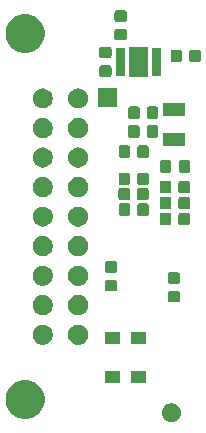
<source format=gbr>
G04 #@! TF.GenerationSoftware,KiCad,Pcbnew,(5.1.4)-1*
G04 #@! TF.CreationDate,2019-11-29T20:46:52-07:00*
G04 #@! TF.ProjectId,CruiseController,43727569-7365-4436-9f6e-74726f6c6c65,rev?*
G04 #@! TF.SameCoordinates,Original*
G04 #@! TF.FileFunction,Soldermask,Top*
G04 #@! TF.FilePolarity,Negative*
%FSLAX46Y46*%
G04 Gerber Fmt 4.6, Leading zero omitted, Abs format (unit mm)*
G04 Created by KiCad (PCBNEW (5.1.4)-1) date 2019-11-29 20:46:52*
%MOMM*%
%LPD*%
G04 APERTURE LIST*
%ADD10C,0.100000*%
G04 APERTURE END LIST*
D10*
G36*
X118530476Y-104809261D02*
G01*
X118633645Y-104829782D01*
X118719036Y-104865153D01*
X118779416Y-104890163D01*
X118910608Y-104977822D01*
X119022178Y-105089392D01*
X119109837Y-105220584D01*
X119134847Y-105280964D01*
X119170218Y-105366355D01*
X119201000Y-105521109D01*
X119201000Y-105678891D01*
X119170218Y-105833645D01*
X119134847Y-105919036D01*
X119109837Y-105979416D01*
X119109836Y-105979417D01*
X119037584Y-106087552D01*
X119022178Y-106110608D01*
X118910608Y-106222178D01*
X118779416Y-106309837D01*
X118719036Y-106334847D01*
X118633645Y-106370218D01*
X118530476Y-106390739D01*
X118478892Y-106401000D01*
X118321108Y-106401000D01*
X118269524Y-106390739D01*
X118166355Y-106370218D01*
X118080964Y-106334847D01*
X118020584Y-106309837D01*
X117889392Y-106222178D01*
X117777822Y-106110608D01*
X117762417Y-106087552D01*
X117690164Y-105979417D01*
X117690163Y-105979416D01*
X117665153Y-105919036D01*
X117629782Y-105833645D01*
X117599000Y-105678891D01*
X117599000Y-105521109D01*
X117629782Y-105366355D01*
X117665153Y-105280964D01*
X117690163Y-105220584D01*
X117777822Y-105089392D01*
X117889392Y-104977822D01*
X118020584Y-104890163D01*
X118080964Y-104865153D01*
X118166355Y-104829782D01*
X118269524Y-104809261D01*
X118321108Y-104799000D01*
X118478892Y-104799000D01*
X118530476Y-104809261D01*
X118530476Y-104809261D01*
G37*
G36*
X106481579Y-102912447D02*
G01*
X106782042Y-103036903D01*
X107052451Y-103217585D01*
X107282415Y-103447549D01*
X107463097Y-103717958D01*
X107587553Y-104018421D01*
X107651000Y-104337391D01*
X107651000Y-104662609D01*
X107587553Y-104981579D01*
X107463097Y-105282042D01*
X107282415Y-105552451D01*
X107052451Y-105782415D01*
X106782042Y-105963097D01*
X106481579Y-106087553D01*
X106162609Y-106151000D01*
X105837391Y-106151000D01*
X105518421Y-106087553D01*
X105217958Y-105963097D01*
X104947549Y-105782415D01*
X104717585Y-105552451D01*
X104536903Y-105282042D01*
X104412447Y-104981579D01*
X104349000Y-104662609D01*
X104349000Y-104337391D01*
X104412447Y-104018421D01*
X104536903Y-103717958D01*
X104717585Y-103447549D01*
X104947549Y-103217585D01*
X105217958Y-103036903D01*
X105518421Y-102912447D01*
X105837391Y-102849000D01*
X106162609Y-102849000D01*
X106481579Y-102912447D01*
X106481579Y-102912447D01*
G37*
G36*
X116251000Y-103101000D02*
G01*
X114949000Y-103101000D01*
X114949000Y-102099000D01*
X116251000Y-102099000D01*
X116251000Y-103101000D01*
X116251000Y-103101000D01*
G37*
G36*
X114051000Y-103051000D02*
G01*
X112749000Y-103051000D01*
X112749000Y-102049000D01*
X114051000Y-102049000D01*
X114051000Y-103051000D01*
X114051000Y-103051000D01*
G37*
G36*
X110649581Y-98162081D02*
G01*
X110748228Y-98181703D01*
X110903100Y-98245853D01*
X111042481Y-98338985D01*
X111161015Y-98457519D01*
X111254147Y-98596900D01*
X111318297Y-98751772D01*
X111351000Y-98916184D01*
X111351000Y-99083816D01*
X111318297Y-99248228D01*
X111254147Y-99403100D01*
X111161015Y-99542481D01*
X111042481Y-99661015D01*
X110903100Y-99754147D01*
X110748228Y-99818297D01*
X110649581Y-99837919D01*
X110583818Y-99851000D01*
X110416182Y-99851000D01*
X110350419Y-99837919D01*
X110251772Y-99818297D01*
X110096900Y-99754147D01*
X109957519Y-99661015D01*
X109838985Y-99542481D01*
X109745853Y-99403100D01*
X109681703Y-99248228D01*
X109649000Y-99083816D01*
X109649000Y-98916184D01*
X109681703Y-98751772D01*
X109745853Y-98596900D01*
X109838985Y-98457519D01*
X109957519Y-98338985D01*
X110096900Y-98245853D01*
X110251772Y-98181703D01*
X110350419Y-98162081D01*
X110416182Y-98149000D01*
X110583818Y-98149000D01*
X110649581Y-98162081D01*
X110649581Y-98162081D01*
G37*
G36*
X107649581Y-98162081D02*
G01*
X107748228Y-98181703D01*
X107903100Y-98245853D01*
X108042481Y-98338985D01*
X108161015Y-98457519D01*
X108254147Y-98596900D01*
X108318297Y-98751772D01*
X108351000Y-98916184D01*
X108351000Y-99083816D01*
X108318297Y-99248228D01*
X108254147Y-99403100D01*
X108161015Y-99542481D01*
X108042481Y-99661015D01*
X107903100Y-99754147D01*
X107748228Y-99818297D01*
X107649581Y-99837919D01*
X107583818Y-99851000D01*
X107416182Y-99851000D01*
X107350419Y-99837919D01*
X107251772Y-99818297D01*
X107096900Y-99754147D01*
X106957519Y-99661015D01*
X106838985Y-99542481D01*
X106745853Y-99403100D01*
X106681703Y-99248228D01*
X106649000Y-99083816D01*
X106649000Y-98916184D01*
X106681703Y-98751772D01*
X106745853Y-98596900D01*
X106838985Y-98457519D01*
X106957519Y-98338985D01*
X107096900Y-98245853D01*
X107251772Y-98181703D01*
X107350419Y-98162081D01*
X107416182Y-98149000D01*
X107583818Y-98149000D01*
X107649581Y-98162081D01*
X107649581Y-98162081D01*
G37*
G36*
X116251000Y-99801000D02*
G01*
X114949000Y-99801000D01*
X114949000Y-98799000D01*
X116251000Y-98799000D01*
X116251000Y-99801000D01*
X116251000Y-99801000D01*
G37*
G36*
X114051000Y-99751000D02*
G01*
X112749000Y-99751000D01*
X112749000Y-98749000D01*
X114051000Y-98749000D01*
X114051000Y-99751000D01*
X114051000Y-99751000D01*
G37*
G36*
X110649581Y-95662081D02*
G01*
X110748228Y-95681703D01*
X110903100Y-95745853D01*
X111042481Y-95838985D01*
X111161015Y-95957519D01*
X111254147Y-96096900D01*
X111318297Y-96251772D01*
X111351000Y-96416184D01*
X111351000Y-96583816D01*
X111318297Y-96748228D01*
X111254147Y-96903100D01*
X111161015Y-97042481D01*
X111042481Y-97161015D01*
X110903100Y-97254147D01*
X110748228Y-97318297D01*
X110649581Y-97337919D01*
X110583818Y-97351000D01*
X110416182Y-97351000D01*
X110350419Y-97337919D01*
X110251772Y-97318297D01*
X110096900Y-97254147D01*
X109957519Y-97161015D01*
X109838985Y-97042481D01*
X109745853Y-96903100D01*
X109681703Y-96748228D01*
X109649000Y-96583816D01*
X109649000Y-96416184D01*
X109681703Y-96251772D01*
X109745853Y-96096900D01*
X109838985Y-95957519D01*
X109957519Y-95838985D01*
X110096900Y-95745853D01*
X110251772Y-95681703D01*
X110350419Y-95662081D01*
X110416182Y-95649000D01*
X110583818Y-95649000D01*
X110649581Y-95662081D01*
X110649581Y-95662081D01*
G37*
G36*
X107649581Y-95662081D02*
G01*
X107748228Y-95681703D01*
X107903100Y-95745853D01*
X108042481Y-95838985D01*
X108161015Y-95957519D01*
X108254147Y-96096900D01*
X108318297Y-96251772D01*
X108351000Y-96416184D01*
X108351000Y-96583816D01*
X108318297Y-96748228D01*
X108254147Y-96903100D01*
X108161015Y-97042481D01*
X108042481Y-97161015D01*
X107903100Y-97254147D01*
X107748228Y-97318297D01*
X107649581Y-97337919D01*
X107583818Y-97351000D01*
X107416182Y-97351000D01*
X107350419Y-97337919D01*
X107251772Y-97318297D01*
X107096900Y-97254147D01*
X106957519Y-97161015D01*
X106838985Y-97042481D01*
X106745853Y-96903100D01*
X106681703Y-96748228D01*
X106649000Y-96583816D01*
X106649000Y-96416184D01*
X106681703Y-96251772D01*
X106745853Y-96096900D01*
X106838985Y-95957519D01*
X106957519Y-95838985D01*
X107096900Y-95745853D01*
X107251772Y-95681703D01*
X107350419Y-95662081D01*
X107416182Y-95649000D01*
X107583818Y-95649000D01*
X107649581Y-95662081D01*
X107649581Y-95662081D01*
G37*
G36*
X118969552Y-95303207D02*
G01*
X119005898Y-95314232D01*
X119039401Y-95332140D01*
X119068763Y-95356237D01*
X119092860Y-95385599D01*
X119110768Y-95419102D01*
X119121793Y-95455448D01*
X119126000Y-95498158D01*
X119126000Y-96076842D01*
X119121793Y-96119552D01*
X119110768Y-96155898D01*
X119092860Y-96189401D01*
X119068763Y-96218763D01*
X119039401Y-96242860D01*
X119005898Y-96260768D01*
X118969552Y-96271793D01*
X118926842Y-96276000D01*
X118273158Y-96276000D01*
X118230448Y-96271793D01*
X118194102Y-96260768D01*
X118160599Y-96242860D01*
X118131237Y-96218763D01*
X118107140Y-96189401D01*
X118089232Y-96155898D01*
X118078207Y-96119552D01*
X118074000Y-96076842D01*
X118074000Y-95498158D01*
X118078207Y-95455448D01*
X118089232Y-95419102D01*
X118107140Y-95385599D01*
X118131237Y-95356237D01*
X118160599Y-95332140D01*
X118194102Y-95314232D01*
X118230448Y-95303207D01*
X118273158Y-95299000D01*
X118926842Y-95299000D01*
X118969552Y-95303207D01*
X118969552Y-95303207D01*
G37*
G36*
X113669552Y-94365707D02*
G01*
X113705898Y-94376732D01*
X113739401Y-94394640D01*
X113768763Y-94418737D01*
X113792860Y-94448099D01*
X113810768Y-94481602D01*
X113821793Y-94517948D01*
X113826000Y-94560658D01*
X113826000Y-95139342D01*
X113821793Y-95182052D01*
X113810768Y-95218398D01*
X113792860Y-95251901D01*
X113768763Y-95281263D01*
X113739401Y-95305360D01*
X113705898Y-95323268D01*
X113669552Y-95334293D01*
X113626842Y-95338500D01*
X112973158Y-95338500D01*
X112930448Y-95334293D01*
X112894102Y-95323268D01*
X112860599Y-95305360D01*
X112831237Y-95281263D01*
X112807140Y-95251901D01*
X112789232Y-95218398D01*
X112778207Y-95182052D01*
X112774000Y-95139342D01*
X112774000Y-94560658D01*
X112778207Y-94517948D01*
X112789232Y-94481602D01*
X112807140Y-94448099D01*
X112831237Y-94418737D01*
X112860599Y-94394640D01*
X112894102Y-94376732D01*
X112930448Y-94365707D01*
X112973158Y-94361500D01*
X113626842Y-94361500D01*
X113669552Y-94365707D01*
X113669552Y-94365707D01*
G37*
G36*
X107649581Y-93162081D02*
G01*
X107748228Y-93181703D01*
X107903100Y-93245853D01*
X108042481Y-93338985D01*
X108161015Y-93457519D01*
X108254147Y-93596900D01*
X108318297Y-93751772D01*
X108329998Y-93810599D01*
X108342765Y-93874780D01*
X108351000Y-93916184D01*
X108351000Y-94083816D01*
X108318297Y-94248228D01*
X108254147Y-94403100D01*
X108161015Y-94542481D01*
X108042481Y-94661015D01*
X107903100Y-94754147D01*
X107748228Y-94818297D01*
X107649581Y-94837919D01*
X107583818Y-94851000D01*
X107416182Y-94851000D01*
X107350419Y-94837919D01*
X107251772Y-94818297D01*
X107096900Y-94754147D01*
X106957519Y-94661015D01*
X106838985Y-94542481D01*
X106745853Y-94403100D01*
X106681703Y-94248228D01*
X106649000Y-94083816D01*
X106649000Y-93916184D01*
X106657236Y-93874780D01*
X106670002Y-93810599D01*
X106681703Y-93751772D01*
X106745853Y-93596900D01*
X106838985Y-93457519D01*
X106957519Y-93338985D01*
X107096900Y-93245853D01*
X107251772Y-93181703D01*
X107350419Y-93162081D01*
X107416182Y-93149000D01*
X107583818Y-93149000D01*
X107649581Y-93162081D01*
X107649581Y-93162081D01*
G37*
G36*
X110649581Y-93162081D02*
G01*
X110748228Y-93181703D01*
X110903100Y-93245853D01*
X111042481Y-93338985D01*
X111161015Y-93457519D01*
X111254147Y-93596900D01*
X111318297Y-93751772D01*
X111329998Y-93810599D01*
X111342765Y-93874780D01*
X111351000Y-93916184D01*
X111351000Y-94083816D01*
X111318297Y-94248228D01*
X111254147Y-94403100D01*
X111161015Y-94542481D01*
X111042481Y-94661015D01*
X110903100Y-94754147D01*
X110748228Y-94818297D01*
X110649581Y-94837919D01*
X110583818Y-94851000D01*
X110416182Y-94851000D01*
X110350419Y-94837919D01*
X110251772Y-94818297D01*
X110096900Y-94754147D01*
X109957519Y-94661015D01*
X109838985Y-94542481D01*
X109745853Y-94403100D01*
X109681703Y-94248228D01*
X109649000Y-94083816D01*
X109649000Y-93916184D01*
X109657236Y-93874780D01*
X109670002Y-93810599D01*
X109681703Y-93751772D01*
X109745853Y-93596900D01*
X109838985Y-93457519D01*
X109957519Y-93338985D01*
X110096900Y-93245853D01*
X110251772Y-93181703D01*
X110350419Y-93162081D01*
X110416182Y-93149000D01*
X110583818Y-93149000D01*
X110649581Y-93162081D01*
X110649581Y-93162081D01*
G37*
G36*
X118969552Y-93728207D02*
G01*
X119005898Y-93739232D01*
X119039401Y-93757140D01*
X119068763Y-93781237D01*
X119092860Y-93810599D01*
X119110768Y-93844102D01*
X119121793Y-93880448D01*
X119126000Y-93923158D01*
X119126000Y-94501842D01*
X119121793Y-94544552D01*
X119110768Y-94580898D01*
X119092860Y-94614401D01*
X119068763Y-94643763D01*
X119039401Y-94667860D01*
X119005898Y-94685768D01*
X118969552Y-94696793D01*
X118926842Y-94701000D01*
X118273158Y-94701000D01*
X118230448Y-94696793D01*
X118194102Y-94685768D01*
X118160599Y-94667860D01*
X118131237Y-94643763D01*
X118107140Y-94614401D01*
X118089232Y-94580898D01*
X118078207Y-94544552D01*
X118074000Y-94501842D01*
X118074000Y-93923158D01*
X118078207Y-93880448D01*
X118089232Y-93844102D01*
X118107140Y-93810599D01*
X118131237Y-93781237D01*
X118160599Y-93757140D01*
X118194102Y-93739232D01*
X118230448Y-93728207D01*
X118273158Y-93724000D01*
X118926842Y-93724000D01*
X118969552Y-93728207D01*
X118969552Y-93728207D01*
G37*
G36*
X113669552Y-92790707D02*
G01*
X113705898Y-92801732D01*
X113739401Y-92819640D01*
X113768763Y-92843737D01*
X113792860Y-92873099D01*
X113810768Y-92906602D01*
X113821793Y-92942948D01*
X113826000Y-92985658D01*
X113826000Y-93564342D01*
X113821793Y-93607052D01*
X113810768Y-93643398D01*
X113792860Y-93676901D01*
X113768763Y-93706263D01*
X113739401Y-93730360D01*
X113705898Y-93748268D01*
X113669552Y-93759293D01*
X113626842Y-93763500D01*
X112973158Y-93763500D01*
X112930448Y-93759293D01*
X112894102Y-93748268D01*
X112860599Y-93730360D01*
X112831237Y-93706263D01*
X112807140Y-93676901D01*
X112789232Y-93643398D01*
X112778207Y-93607052D01*
X112774000Y-93564342D01*
X112774000Y-92985658D01*
X112778207Y-92942948D01*
X112789232Y-92906602D01*
X112807140Y-92873099D01*
X112831237Y-92843737D01*
X112860599Y-92819640D01*
X112894102Y-92801732D01*
X112930448Y-92790707D01*
X112973158Y-92786500D01*
X113626842Y-92786500D01*
X113669552Y-92790707D01*
X113669552Y-92790707D01*
G37*
G36*
X107649581Y-90662081D02*
G01*
X107748228Y-90681703D01*
X107903100Y-90745853D01*
X108042481Y-90838985D01*
X108161015Y-90957519D01*
X108254147Y-91096900D01*
X108318297Y-91251772D01*
X108351000Y-91416184D01*
X108351000Y-91583816D01*
X108318297Y-91748228D01*
X108254147Y-91903100D01*
X108161015Y-92042481D01*
X108042481Y-92161015D01*
X107903100Y-92254147D01*
X107748228Y-92318297D01*
X107649581Y-92337919D01*
X107583818Y-92351000D01*
X107416182Y-92351000D01*
X107350419Y-92337919D01*
X107251772Y-92318297D01*
X107096900Y-92254147D01*
X106957519Y-92161015D01*
X106838985Y-92042481D01*
X106745853Y-91903100D01*
X106681703Y-91748228D01*
X106649000Y-91583816D01*
X106649000Y-91416184D01*
X106681703Y-91251772D01*
X106745853Y-91096900D01*
X106838985Y-90957519D01*
X106957519Y-90838985D01*
X107096900Y-90745853D01*
X107251772Y-90681703D01*
X107350419Y-90662081D01*
X107416182Y-90649000D01*
X107583818Y-90649000D01*
X107649581Y-90662081D01*
X107649581Y-90662081D01*
G37*
G36*
X110649581Y-90662081D02*
G01*
X110748228Y-90681703D01*
X110903100Y-90745853D01*
X111042481Y-90838985D01*
X111161015Y-90957519D01*
X111254147Y-91096900D01*
X111318297Y-91251772D01*
X111351000Y-91416184D01*
X111351000Y-91583816D01*
X111318297Y-91748228D01*
X111254147Y-91903100D01*
X111161015Y-92042481D01*
X111042481Y-92161015D01*
X110903100Y-92254147D01*
X110748228Y-92318297D01*
X110649581Y-92337919D01*
X110583818Y-92351000D01*
X110416182Y-92351000D01*
X110350419Y-92337919D01*
X110251772Y-92318297D01*
X110096900Y-92254147D01*
X109957519Y-92161015D01*
X109838985Y-92042481D01*
X109745853Y-91903100D01*
X109681703Y-91748228D01*
X109649000Y-91583816D01*
X109649000Y-91416184D01*
X109681703Y-91251772D01*
X109745853Y-91096900D01*
X109838985Y-90957519D01*
X109957519Y-90838985D01*
X110096900Y-90745853D01*
X110251772Y-90681703D01*
X110350419Y-90662081D01*
X110416182Y-90649000D01*
X110583818Y-90649000D01*
X110649581Y-90662081D01*
X110649581Y-90662081D01*
G37*
G36*
X107649581Y-88162081D02*
G01*
X107748228Y-88181703D01*
X107903100Y-88245853D01*
X108042481Y-88338985D01*
X108161015Y-88457519D01*
X108254147Y-88596900D01*
X108318297Y-88751772D01*
X108332819Y-88824780D01*
X108349255Y-88907408D01*
X108351000Y-88916184D01*
X108351000Y-89083816D01*
X108318297Y-89248228D01*
X108254147Y-89403100D01*
X108161015Y-89542481D01*
X108042481Y-89661015D01*
X107903100Y-89754147D01*
X107748228Y-89818297D01*
X107649581Y-89837919D01*
X107583818Y-89851000D01*
X107416182Y-89851000D01*
X107350419Y-89837919D01*
X107251772Y-89818297D01*
X107096900Y-89754147D01*
X106957519Y-89661015D01*
X106838985Y-89542481D01*
X106745853Y-89403100D01*
X106681703Y-89248228D01*
X106649000Y-89083816D01*
X106649000Y-88916184D01*
X106650746Y-88907408D01*
X106667181Y-88824780D01*
X106681703Y-88751772D01*
X106745853Y-88596900D01*
X106838985Y-88457519D01*
X106957519Y-88338985D01*
X107096900Y-88245853D01*
X107251772Y-88181703D01*
X107350419Y-88162081D01*
X107416182Y-88149000D01*
X107583818Y-88149000D01*
X107649581Y-88162081D01*
X107649581Y-88162081D01*
G37*
G36*
X110649581Y-88162081D02*
G01*
X110748228Y-88181703D01*
X110903100Y-88245853D01*
X111042481Y-88338985D01*
X111161015Y-88457519D01*
X111254147Y-88596900D01*
X111318297Y-88751772D01*
X111332819Y-88824780D01*
X111349255Y-88907408D01*
X111351000Y-88916184D01*
X111351000Y-89083816D01*
X111318297Y-89248228D01*
X111254147Y-89403100D01*
X111161015Y-89542481D01*
X111042481Y-89661015D01*
X110903100Y-89754147D01*
X110748228Y-89818297D01*
X110649581Y-89837919D01*
X110583818Y-89851000D01*
X110416182Y-89851000D01*
X110350419Y-89837919D01*
X110251772Y-89818297D01*
X110096900Y-89754147D01*
X109957519Y-89661015D01*
X109838985Y-89542481D01*
X109745853Y-89403100D01*
X109681703Y-89248228D01*
X109649000Y-89083816D01*
X109649000Y-88916184D01*
X109650746Y-88907408D01*
X109667181Y-88824780D01*
X109681703Y-88751772D01*
X109745853Y-88596900D01*
X109838985Y-88457519D01*
X109957519Y-88338985D01*
X110096900Y-88245853D01*
X110251772Y-88181703D01*
X110350419Y-88162081D01*
X110416182Y-88149000D01*
X110583818Y-88149000D01*
X110649581Y-88162081D01*
X110649581Y-88162081D01*
G37*
G36*
X119807052Y-88678207D02*
G01*
X119843398Y-88689232D01*
X119876901Y-88707140D01*
X119906263Y-88731237D01*
X119930360Y-88760599D01*
X119948268Y-88794102D01*
X119959293Y-88830448D01*
X119963500Y-88873158D01*
X119963500Y-89526842D01*
X119959293Y-89569552D01*
X119948268Y-89605898D01*
X119930360Y-89639401D01*
X119906263Y-89668763D01*
X119876901Y-89692860D01*
X119843398Y-89710768D01*
X119807052Y-89721793D01*
X119764342Y-89726000D01*
X119185658Y-89726000D01*
X119142948Y-89721793D01*
X119106602Y-89710768D01*
X119073099Y-89692860D01*
X119043737Y-89668763D01*
X119019640Y-89639401D01*
X119001732Y-89605898D01*
X118990707Y-89569552D01*
X118986500Y-89526842D01*
X118986500Y-88873158D01*
X118990707Y-88830448D01*
X119001732Y-88794102D01*
X119019640Y-88760599D01*
X119043737Y-88731237D01*
X119073099Y-88707140D01*
X119106602Y-88689232D01*
X119142948Y-88678207D01*
X119185658Y-88674000D01*
X119764342Y-88674000D01*
X119807052Y-88678207D01*
X119807052Y-88678207D01*
G37*
G36*
X118232052Y-88678207D02*
G01*
X118268398Y-88689232D01*
X118301901Y-88707140D01*
X118331263Y-88731237D01*
X118355360Y-88760599D01*
X118373268Y-88794102D01*
X118384293Y-88830448D01*
X118388500Y-88873158D01*
X118388500Y-89526842D01*
X118384293Y-89569552D01*
X118373268Y-89605898D01*
X118355360Y-89639401D01*
X118331263Y-89668763D01*
X118301901Y-89692860D01*
X118268398Y-89710768D01*
X118232052Y-89721793D01*
X118189342Y-89726000D01*
X117610658Y-89726000D01*
X117567948Y-89721793D01*
X117531602Y-89710768D01*
X117498099Y-89692860D01*
X117468737Y-89668763D01*
X117444640Y-89639401D01*
X117426732Y-89605898D01*
X117415707Y-89569552D01*
X117411500Y-89526842D01*
X117411500Y-88873158D01*
X117415707Y-88830448D01*
X117426732Y-88794102D01*
X117444640Y-88760599D01*
X117468737Y-88731237D01*
X117498099Y-88707140D01*
X117531602Y-88689232D01*
X117567948Y-88678207D01*
X117610658Y-88674000D01*
X118189342Y-88674000D01*
X118232052Y-88678207D01*
X118232052Y-88678207D01*
G37*
G36*
X116319552Y-87878207D02*
G01*
X116355898Y-87889232D01*
X116389401Y-87907140D01*
X116418763Y-87931237D01*
X116442860Y-87960599D01*
X116460768Y-87994102D01*
X116471793Y-88030448D01*
X116476000Y-88073158D01*
X116476000Y-88726842D01*
X116471793Y-88769552D01*
X116460768Y-88805898D01*
X116442860Y-88839401D01*
X116418763Y-88868763D01*
X116389401Y-88892860D01*
X116355898Y-88910768D01*
X116319552Y-88921793D01*
X116276842Y-88926000D01*
X115698158Y-88926000D01*
X115655448Y-88921793D01*
X115619102Y-88910768D01*
X115585599Y-88892860D01*
X115556237Y-88868763D01*
X115532140Y-88839401D01*
X115514232Y-88805898D01*
X115503207Y-88769552D01*
X115499000Y-88726842D01*
X115499000Y-88073158D01*
X115503207Y-88030448D01*
X115514232Y-87994102D01*
X115532140Y-87960599D01*
X115556237Y-87931237D01*
X115585599Y-87907140D01*
X115619102Y-87889232D01*
X115655448Y-87878207D01*
X115698158Y-87874000D01*
X116276842Y-87874000D01*
X116319552Y-87878207D01*
X116319552Y-87878207D01*
G37*
G36*
X114744552Y-87878207D02*
G01*
X114780898Y-87889232D01*
X114814401Y-87907140D01*
X114843763Y-87931237D01*
X114867860Y-87960599D01*
X114885768Y-87994102D01*
X114896793Y-88030448D01*
X114901000Y-88073158D01*
X114901000Y-88726842D01*
X114896793Y-88769552D01*
X114885768Y-88805898D01*
X114867860Y-88839401D01*
X114843763Y-88868763D01*
X114814401Y-88892860D01*
X114780898Y-88910768D01*
X114744552Y-88921793D01*
X114701842Y-88926000D01*
X114123158Y-88926000D01*
X114080448Y-88921793D01*
X114044102Y-88910768D01*
X114010599Y-88892860D01*
X113981237Y-88868763D01*
X113957140Y-88839401D01*
X113939232Y-88805898D01*
X113928207Y-88769552D01*
X113924000Y-88726842D01*
X113924000Y-88073158D01*
X113928207Y-88030448D01*
X113939232Y-87994102D01*
X113957140Y-87960599D01*
X113981237Y-87931237D01*
X114010599Y-87907140D01*
X114044102Y-87889232D01*
X114080448Y-87878207D01*
X114123158Y-87874000D01*
X114701842Y-87874000D01*
X114744552Y-87878207D01*
X114744552Y-87878207D01*
G37*
G36*
X118232052Y-87328207D02*
G01*
X118268398Y-87339232D01*
X118301901Y-87357140D01*
X118331263Y-87381237D01*
X118355360Y-87410599D01*
X118373268Y-87444102D01*
X118384293Y-87480448D01*
X118388500Y-87523158D01*
X118388500Y-88176842D01*
X118384293Y-88219552D01*
X118373268Y-88255898D01*
X118355360Y-88289401D01*
X118331263Y-88318763D01*
X118301901Y-88342860D01*
X118268398Y-88360768D01*
X118232052Y-88371793D01*
X118189342Y-88376000D01*
X117610658Y-88376000D01*
X117567948Y-88371793D01*
X117531602Y-88360768D01*
X117498099Y-88342860D01*
X117468737Y-88318763D01*
X117444640Y-88289401D01*
X117426732Y-88255898D01*
X117415707Y-88219552D01*
X117411500Y-88176842D01*
X117411500Y-87523158D01*
X117415707Y-87480448D01*
X117426732Y-87444102D01*
X117444640Y-87410599D01*
X117468737Y-87381237D01*
X117498099Y-87357140D01*
X117531602Y-87339232D01*
X117567948Y-87328207D01*
X117610658Y-87324000D01*
X118189342Y-87324000D01*
X118232052Y-87328207D01*
X118232052Y-87328207D01*
G37*
G36*
X119807052Y-87328207D02*
G01*
X119843398Y-87339232D01*
X119876901Y-87357140D01*
X119906263Y-87381237D01*
X119930360Y-87410599D01*
X119948268Y-87444102D01*
X119959293Y-87480448D01*
X119963500Y-87523158D01*
X119963500Y-88176842D01*
X119959293Y-88219552D01*
X119948268Y-88255898D01*
X119930360Y-88289401D01*
X119906263Y-88318763D01*
X119876901Y-88342860D01*
X119843398Y-88360768D01*
X119807052Y-88371793D01*
X119764342Y-88376000D01*
X119185658Y-88376000D01*
X119142948Y-88371793D01*
X119106602Y-88360768D01*
X119073099Y-88342860D01*
X119043737Y-88318763D01*
X119019640Y-88289401D01*
X119001732Y-88255898D01*
X118990707Y-88219552D01*
X118986500Y-88176842D01*
X118986500Y-87523158D01*
X118990707Y-87480448D01*
X119001732Y-87444102D01*
X119019640Y-87410599D01*
X119043737Y-87381237D01*
X119073099Y-87357140D01*
X119106602Y-87339232D01*
X119142948Y-87328207D01*
X119185658Y-87324000D01*
X119764342Y-87324000D01*
X119807052Y-87328207D01*
X119807052Y-87328207D01*
G37*
G36*
X116307052Y-86578207D02*
G01*
X116343398Y-86589232D01*
X116376901Y-86607140D01*
X116406263Y-86631237D01*
X116430360Y-86660599D01*
X116448268Y-86694102D01*
X116459293Y-86730448D01*
X116463500Y-86773158D01*
X116463500Y-87426842D01*
X116459293Y-87469552D01*
X116448268Y-87505898D01*
X116430360Y-87539401D01*
X116406263Y-87568763D01*
X116376901Y-87592860D01*
X116343398Y-87610768D01*
X116307052Y-87621793D01*
X116264342Y-87626000D01*
X115685658Y-87626000D01*
X115642948Y-87621793D01*
X115606602Y-87610768D01*
X115573099Y-87592860D01*
X115543737Y-87568763D01*
X115519640Y-87539401D01*
X115501732Y-87505898D01*
X115490707Y-87469552D01*
X115486500Y-87426842D01*
X115486500Y-86773158D01*
X115490707Y-86730448D01*
X115501732Y-86694102D01*
X115519640Y-86660599D01*
X115543737Y-86631237D01*
X115573099Y-86607140D01*
X115606602Y-86589232D01*
X115642948Y-86578207D01*
X115685658Y-86574000D01*
X116264342Y-86574000D01*
X116307052Y-86578207D01*
X116307052Y-86578207D01*
G37*
G36*
X114732052Y-86578207D02*
G01*
X114768398Y-86589232D01*
X114801901Y-86607140D01*
X114831263Y-86631237D01*
X114855360Y-86660599D01*
X114873268Y-86694102D01*
X114884293Y-86730448D01*
X114888500Y-86773158D01*
X114888500Y-87426842D01*
X114884293Y-87469552D01*
X114873268Y-87505898D01*
X114855360Y-87539401D01*
X114831263Y-87568763D01*
X114801901Y-87592860D01*
X114768398Y-87610768D01*
X114732052Y-87621793D01*
X114689342Y-87626000D01*
X114110658Y-87626000D01*
X114067948Y-87621793D01*
X114031602Y-87610768D01*
X113998099Y-87592860D01*
X113968737Y-87568763D01*
X113944640Y-87539401D01*
X113926732Y-87505898D01*
X113915707Y-87469552D01*
X113911500Y-87426842D01*
X113911500Y-86773158D01*
X113915707Y-86730448D01*
X113926732Y-86694102D01*
X113944640Y-86660599D01*
X113968737Y-86631237D01*
X113998099Y-86607140D01*
X114031602Y-86589232D01*
X114067948Y-86578207D01*
X114110658Y-86574000D01*
X114689342Y-86574000D01*
X114732052Y-86578207D01*
X114732052Y-86578207D01*
G37*
G36*
X107649581Y-85662081D02*
G01*
X107748228Y-85681703D01*
X107903100Y-85745853D01*
X108042481Y-85838985D01*
X108161015Y-85957519D01*
X108254147Y-86096900D01*
X108318297Y-86251772D01*
X108337919Y-86350419D01*
X108351000Y-86416182D01*
X108351000Y-86583818D01*
X108346361Y-86607140D01*
X108318297Y-86748228D01*
X108254147Y-86903100D01*
X108161015Y-87042481D01*
X108042481Y-87161015D01*
X107903100Y-87254147D01*
X107748228Y-87318297D01*
X107649581Y-87337919D01*
X107583818Y-87351000D01*
X107416182Y-87351000D01*
X107350419Y-87337919D01*
X107251772Y-87318297D01*
X107096900Y-87254147D01*
X106957519Y-87161015D01*
X106838985Y-87042481D01*
X106745853Y-86903100D01*
X106681703Y-86748228D01*
X106653639Y-86607140D01*
X106649000Y-86583818D01*
X106649000Y-86416182D01*
X106662081Y-86350419D01*
X106681703Y-86251772D01*
X106745853Y-86096900D01*
X106838985Y-85957519D01*
X106957519Y-85838985D01*
X107096900Y-85745853D01*
X107251772Y-85681703D01*
X107350419Y-85662081D01*
X107416182Y-85649000D01*
X107583818Y-85649000D01*
X107649581Y-85662081D01*
X107649581Y-85662081D01*
G37*
G36*
X110649581Y-85662081D02*
G01*
X110748228Y-85681703D01*
X110903100Y-85745853D01*
X111042481Y-85838985D01*
X111161015Y-85957519D01*
X111254147Y-86096900D01*
X111318297Y-86251772D01*
X111337919Y-86350419D01*
X111351000Y-86416182D01*
X111351000Y-86583818D01*
X111346361Y-86607140D01*
X111318297Y-86748228D01*
X111254147Y-86903100D01*
X111161015Y-87042481D01*
X111042481Y-87161015D01*
X110903100Y-87254147D01*
X110748228Y-87318297D01*
X110649581Y-87337919D01*
X110583818Y-87351000D01*
X110416182Y-87351000D01*
X110350419Y-87337919D01*
X110251772Y-87318297D01*
X110096900Y-87254147D01*
X109957519Y-87161015D01*
X109838985Y-87042481D01*
X109745853Y-86903100D01*
X109681703Y-86748228D01*
X109653639Y-86607140D01*
X109649000Y-86583818D01*
X109649000Y-86416182D01*
X109662081Y-86350419D01*
X109681703Y-86251772D01*
X109745853Y-86096900D01*
X109838985Y-85957519D01*
X109957519Y-85838985D01*
X110096900Y-85745853D01*
X110251772Y-85681703D01*
X110350419Y-85662081D01*
X110416182Y-85649000D01*
X110583818Y-85649000D01*
X110649581Y-85662081D01*
X110649581Y-85662081D01*
G37*
G36*
X119807052Y-85978207D02*
G01*
X119843398Y-85989232D01*
X119876901Y-86007140D01*
X119906263Y-86031237D01*
X119930360Y-86060599D01*
X119948268Y-86094102D01*
X119959293Y-86130448D01*
X119963500Y-86173158D01*
X119963500Y-86826842D01*
X119959293Y-86869552D01*
X119948268Y-86905898D01*
X119930360Y-86939401D01*
X119906263Y-86968763D01*
X119876901Y-86992860D01*
X119843398Y-87010768D01*
X119807052Y-87021793D01*
X119764342Y-87026000D01*
X119185658Y-87026000D01*
X119142948Y-87021793D01*
X119106602Y-87010768D01*
X119073099Y-86992860D01*
X119043737Y-86968763D01*
X119019640Y-86939401D01*
X119001732Y-86905898D01*
X118990707Y-86869552D01*
X118986500Y-86826842D01*
X118986500Y-86173158D01*
X118990707Y-86130448D01*
X119001732Y-86094102D01*
X119019640Y-86060599D01*
X119043737Y-86031237D01*
X119073099Y-86007140D01*
X119106602Y-85989232D01*
X119142948Y-85978207D01*
X119185658Y-85974000D01*
X119764342Y-85974000D01*
X119807052Y-85978207D01*
X119807052Y-85978207D01*
G37*
G36*
X118232052Y-85978207D02*
G01*
X118268398Y-85989232D01*
X118301901Y-86007140D01*
X118331263Y-86031237D01*
X118355360Y-86060599D01*
X118373268Y-86094102D01*
X118384293Y-86130448D01*
X118388500Y-86173158D01*
X118388500Y-86826842D01*
X118384293Y-86869552D01*
X118373268Y-86905898D01*
X118355360Y-86939401D01*
X118331263Y-86968763D01*
X118301901Y-86992860D01*
X118268398Y-87010768D01*
X118232052Y-87021793D01*
X118189342Y-87026000D01*
X117610658Y-87026000D01*
X117567948Y-87021793D01*
X117531602Y-87010768D01*
X117498099Y-86992860D01*
X117468737Y-86968763D01*
X117444640Y-86939401D01*
X117426732Y-86905898D01*
X117415707Y-86869552D01*
X117411500Y-86826842D01*
X117411500Y-86173158D01*
X117415707Y-86130448D01*
X117426732Y-86094102D01*
X117444640Y-86060599D01*
X117468737Y-86031237D01*
X117498099Y-86007140D01*
X117531602Y-85989232D01*
X117567948Y-85978207D01*
X117610658Y-85974000D01*
X118189342Y-85974000D01*
X118232052Y-85978207D01*
X118232052Y-85978207D01*
G37*
G36*
X116319552Y-85278207D02*
G01*
X116355898Y-85289232D01*
X116389401Y-85307140D01*
X116418763Y-85331237D01*
X116442860Y-85360599D01*
X116460768Y-85394102D01*
X116471793Y-85430448D01*
X116476000Y-85473158D01*
X116476000Y-86126842D01*
X116471793Y-86169552D01*
X116460768Y-86205898D01*
X116442860Y-86239401D01*
X116418763Y-86268763D01*
X116389401Y-86292860D01*
X116355898Y-86310768D01*
X116319552Y-86321793D01*
X116276842Y-86326000D01*
X115698158Y-86326000D01*
X115655448Y-86321793D01*
X115619102Y-86310768D01*
X115585599Y-86292860D01*
X115556237Y-86268763D01*
X115532140Y-86239401D01*
X115514232Y-86205898D01*
X115503207Y-86169552D01*
X115499000Y-86126842D01*
X115499000Y-85473158D01*
X115503207Y-85430448D01*
X115514232Y-85394102D01*
X115532140Y-85360599D01*
X115556237Y-85331237D01*
X115585599Y-85307140D01*
X115619102Y-85289232D01*
X115655448Y-85278207D01*
X115698158Y-85274000D01*
X116276842Y-85274000D01*
X116319552Y-85278207D01*
X116319552Y-85278207D01*
G37*
G36*
X114744552Y-85278207D02*
G01*
X114780898Y-85289232D01*
X114814401Y-85307140D01*
X114843763Y-85331237D01*
X114867860Y-85360599D01*
X114885768Y-85394102D01*
X114896793Y-85430448D01*
X114901000Y-85473158D01*
X114901000Y-86126842D01*
X114896793Y-86169552D01*
X114885768Y-86205898D01*
X114867860Y-86239401D01*
X114843763Y-86268763D01*
X114814401Y-86292860D01*
X114780898Y-86310768D01*
X114744552Y-86321793D01*
X114701842Y-86326000D01*
X114123158Y-86326000D01*
X114080448Y-86321793D01*
X114044102Y-86310768D01*
X114010599Y-86292860D01*
X113981237Y-86268763D01*
X113957140Y-86239401D01*
X113939232Y-86205898D01*
X113928207Y-86169552D01*
X113924000Y-86126842D01*
X113924000Y-85473158D01*
X113928207Y-85430448D01*
X113939232Y-85394102D01*
X113957140Y-85360599D01*
X113981237Y-85331237D01*
X114010599Y-85307140D01*
X114044102Y-85289232D01*
X114080448Y-85278207D01*
X114123158Y-85274000D01*
X114701842Y-85274000D01*
X114744552Y-85278207D01*
X114744552Y-85278207D01*
G37*
G36*
X119819552Y-84228207D02*
G01*
X119855898Y-84239232D01*
X119889401Y-84257140D01*
X119918763Y-84281237D01*
X119942860Y-84310599D01*
X119960768Y-84344102D01*
X119971793Y-84380448D01*
X119976000Y-84423158D01*
X119976000Y-85076842D01*
X119971793Y-85119552D01*
X119960768Y-85155898D01*
X119942860Y-85189401D01*
X119918763Y-85218763D01*
X119889401Y-85242860D01*
X119855898Y-85260768D01*
X119819552Y-85271793D01*
X119776842Y-85276000D01*
X119198158Y-85276000D01*
X119155448Y-85271793D01*
X119119102Y-85260768D01*
X119085599Y-85242860D01*
X119056237Y-85218763D01*
X119032140Y-85189401D01*
X119014232Y-85155898D01*
X119003207Y-85119552D01*
X118999000Y-85076842D01*
X118999000Y-84423158D01*
X119003207Y-84380448D01*
X119014232Y-84344102D01*
X119032140Y-84310599D01*
X119056237Y-84281237D01*
X119085599Y-84257140D01*
X119119102Y-84239232D01*
X119155448Y-84228207D01*
X119198158Y-84224000D01*
X119776842Y-84224000D01*
X119819552Y-84228207D01*
X119819552Y-84228207D01*
G37*
G36*
X118244552Y-84228207D02*
G01*
X118280898Y-84239232D01*
X118314401Y-84257140D01*
X118343763Y-84281237D01*
X118367860Y-84310599D01*
X118385768Y-84344102D01*
X118396793Y-84380448D01*
X118401000Y-84423158D01*
X118401000Y-85076842D01*
X118396793Y-85119552D01*
X118385768Y-85155898D01*
X118367860Y-85189401D01*
X118343763Y-85218763D01*
X118314401Y-85242860D01*
X118280898Y-85260768D01*
X118244552Y-85271793D01*
X118201842Y-85276000D01*
X117623158Y-85276000D01*
X117580448Y-85271793D01*
X117544102Y-85260768D01*
X117510599Y-85242860D01*
X117481237Y-85218763D01*
X117457140Y-85189401D01*
X117439232Y-85155898D01*
X117428207Y-85119552D01*
X117424000Y-85076842D01*
X117424000Y-84423158D01*
X117428207Y-84380448D01*
X117439232Y-84344102D01*
X117457140Y-84310599D01*
X117481237Y-84281237D01*
X117510599Y-84257140D01*
X117544102Y-84239232D01*
X117580448Y-84228207D01*
X117623158Y-84224000D01*
X118201842Y-84224000D01*
X118244552Y-84228207D01*
X118244552Y-84228207D01*
G37*
G36*
X107649581Y-83162081D02*
G01*
X107748228Y-83181703D01*
X107903100Y-83245853D01*
X108042481Y-83338985D01*
X108161015Y-83457519D01*
X108254147Y-83596900D01*
X108318297Y-83751772D01*
X108333229Y-83826842D01*
X108341725Y-83869552D01*
X108351000Y-83916184D01*
X108351000Y-84083816D01*
X108318297Y-84248228D01*
X108254147Y-84403100D01*
X108161015Y-84542481D01*
X108042481Y-84661015D01*
X107903100Y-84754147D01*
X107748228Y-84818297D01*
X107649581Y-84837919D01*
X107583818Y-84851000D01*
X107416182Y-84851000D01*
X107350419Y-84837919D01*
X107251772Y-84818297D01*
X107096900Y-84754147D01*
X106957519Y-84661015D01*
X106838985Y-84542481D01*
X106745853Y-84403100D01*
X106681703Y-84248228D01*
X106649000Y-84083816D01*
X106649000Y-83916184D01*
X106658276Y-83869552D01*
X106666771Y-83826842D01*
X106681703Y-83751772D01*
X106745853Y-83596900D01*
X106838985Y-83457519D01*
X106957519Y-83338985D01*
X107096900Y-83245853D01*
X107251772Y-83181703D01*
X107350419Y-83162081D01*
X107416182Y-83149000D01*
X107583818Y-83149000D01*
X107649581Y-83162081D01*
X107649581Y-83162081D01*
G37*
G36*
X110649581Y-83162081D02*
G01*
X110748228Y-83181703D01*
X110903100Y-83245853D01*
X111042481Y-83338985D01*
X111161015Y-83457519D01*
X111254147Y-83596900D01*
X111318297Y-83751772D01*
X111333229Y-83826842D01*
X111341725Y-83869552D01*
X111351000Y-83916184D01*
X111351000Y-84083816D01*
X111318297Y-84248228D01*
X111254147Y-84403100D01*
X111161015Y-84542481D01*
X111042481Y-84661015D01*
X110903100Y-84754147D01*
X110748228Y-84818297D01*
X110649581Y-84837919D01*
X110583818Y-84851000D01*
X110416182Y-84851000D01*
X110350419Y-84837919D01*
X110251772Y-84818297D01*
X110096900Y-84754147D01*
X109957519Y-84661015D01*
X109838985Y-84542481D01*
X109745853Y-84403100D01*
X109681703Y-84248228D01*
X109649000Y-84083816D01*
X109649000Y-83916184D01*
X109658276Y-83869552D01*
X109666771Y-83826842D01*
X109681703Y-83751772D01*
X109745853Y-83596900D01*
X109838985Y-83457519D01*
X109957519Y-83338985D01*
X110096900Y-83245853D01*
X110251772Y-83181703D01*
X110350419Y-83162081D01*
X110416182Y-83149000D01*
X110583818Y-83149000D01*
X110649581Y-83162081D01*
X110649581Y-83162081D01*
G37*
G36*
X114744552Y-82978207D02*
G01*
X114780898Y-82989232D01*
X114814401Y-83007140D01*
X114843763Y-83031237D01*
X114867860Y-83060599D01*
X114885768Y-83094102D01*
X114896793Y-83130448D01*
X114901000Y-83173158D01*
X114901000Y-83826842D01*
X114896793Y-83869552D01*
X114885768Y-83905898D01*
X114867860Y-83939401D01*
X114843763Y-83968763D01*
X114814401Y-83992860D01*
X114780898Y-84010768D01*
X114744552Y-84021793D01*
X114701842Y-84026000D01*
X114123158Y-84026000D01*
X114080448Y-84021793D01*
X114044102Y-84010768D01*
X114010599Y-83992860D01*
X113981237Y-83968763D01*
X113957140Y-83939401D01*
X113939232Y-83905898D01*
X113928207Y-83869552D01*
X113924000Y-83826842D01*
X113924000Y-83173158D01*
X113928207Y-83130448D01*
X113939232Y-83094102D01*
X113957140Y-83060599D01*
X113981237Y-83031237D01*
X114010599Y-83007140D01*
X114044102Y-82989232D01*
X114080448Y-82978207D01*
X114123158Y-82974000D01*
X114701842Y-82974000D01*
X114744552Y-82978207D01*
X114744552Y-82978207D01*
G37*
G36*
X116319552Y-82978207D02*
G01*
X116355898Y-82989232D01*
X116389401Y-83007140D01*
X116418763Y-83031237D01*
X116442860Y-83060599D01*
X116460768Y-83094102D01*
X116471793Y-83130448D01*
X116476000Y-83173158D01*
X116476000Y-83826842D01*
X116471793Y-83869552D01*
X116460768Y-83905898D01*
X116442860Y-83939401D01*
X116418763Y-83968763D01*
X116389401Y-83992860D01*
X116355898Y-84010768D01*
X116319552Y-84021793D01*
X116276842Y-84026000D01*
X115698158Y-84026000D01*
X115655448Y-84021793D01*
X115619102Y-84010768D01*
X115585599Y-83992860D01*
X115556237Y-83968763D01*
X115532140Y-83939401D01*
X115514232Y-83905898D01*
X115503207Y-83869552D01*
X115499000Y-83826842D01*
X115499000Y-83173158D01*
X115503207Y-83130448D01*
X115514232Y-83094102D01*
X115532140Y-83060599D01*
X115556237Y-83031237D01*
X115585599Y-83007140D01*
X115619102Y-82989232D01*
X115655448Y-82978207D01*
X115698158Y-82974000D01*
X116276842Y-82974000D01*
X116319552Y-82978207D01*
X116319552Y-82978207D01*
G37*
G36*
X119551000Y-83001000D02*
G01*
X117649000Y-83001000D01*
X117649000Y-81899000D01*
X119551000Y-81899000D01*
X119551000Y-83001000D01*
X119551000Y-83001000D01*
G37*
G36*
X107649581Y-80662081D02*
G01*
X107748228Y-80681703D01*
X107903100Y-80745853D01*
X108042481Y-80838985D01*
X108161015Y-80957519D01*
X108254147Y-81096900D01*
X108318297Y-81251772D01*
X108351000Y-81416184D01*
X108351000Y-81583816D01*
X108318297Y-81748228D01*
X108254147Y-81903100D01*
X108161015Y-82042481D01*
X108042481Y-82161015D01*
X107903100Y-82254147D01*
X107748228Y-82318297D01*
X107649581Y-82337919D01*
X107583818Y-82351000D01*
X107416182Y-82351000D01*
X107350419Y-82337919D01*
X107251772Y-82318297D01*
X107096900Y-82254147D01*
X106957519Y-82161015D01*
X106838985Y-82042481D01*
X106745853Y-81903100D01*
X106681703Y-81748228D01*
X106649000Y-81583816D01*
X106649000Y-81416184D01*
X106681703Y-81251772D01*
X106745853Y-81096900D01*
X106838985Y-80957519D01*
X106957519Y-80838985D01*
X107096900Y-80745853D01*
X107251772Y-80681703D01*
X107350419Y-80662081D01*
X107416182Y-80649000D01*
X107583818Y-80649000D01*
X107649581Y-80662081D01*
X107649581Y-80662081D01*
G37*
G36*
X110649581Y-80662081D02*
G01*
X110748228Y-80681703D01*
X110903100Y-80745853D01*
X111042481Y-80838985D01*
X111161015Y-80957519D01*
X111254147Y-81096900D01*
X111318297Y-81251772D01*
X111351000Y-81416184D01*
X111351000Y-81583816D01*
X111318297Y-81748228D01*
X111254147Y-81903100D01*
X111161015Y-82042481D01*
X111042481Y-82161015D01*
X110903100Y-82254147D01*
X110748228Y-82318297D01*
X110649581Y-82337919D01*
X110583818Y-82351000D01*
X110416182Y-82351000D01*
X110350419Y-82337919D01*
X110251772Y-82318297D01*
X110096900Y-82254147D01*
X109957519Y-82161015D01*
X109838985Y-82042481D01*
X109745853Y-81903100D01*
X109681703Y-81748228D01*
X109649000Y-81583816D01*
X109649000Y-81416184D01*
X109681703Y-81251772D01*
X109745853Y-81096900D01*
X109838985Y-80957519D01*
X109957519Y-80838985D01*
X110096900Y-80745853D01*
X110251772Y-80681703D01*
X110350419Y-80662081D01*
X110416182Y-80649000D01*
X110583818Y-80649000D01*
X110649581Y-80662081D01*
X110649581Y-80662081D01*
G37*
G36*
X117119552Y-81278207D02*
G01*
X117155898Y-81289232D01*
X117189401Y-81307140D01*
X117218763Y-81331237D01*
X117242860Y-81360599D01*
X117260768Y-81394102D01*
X117271793Y-81430448D01*
X117276000Y-81473158D01*
X117276000Y-82126842D01*
X117271793Y-82169552D01*
X117260768Y-82205898D01*
X117242860Y-82239401D01*
X117218763Y-82268763D01*
X117189401Y-82292860D01*
X117155898Y-82310768D01*
X117119552Y-82321793D01*
X117076842Y-82326000D01*
X116498158Y-82326000D01*
X116455448Y-82321793D01*
X116419102Y-82310768D01*
X116385599Y-82292860D01*
X116356237Y-82268763D01*
X116332140Y-82239401D01*
X116314232Y-82205898D01*
X116303207Y-82169552D01*
X116299000Y-82126842D01*
X116299000Y-81473158D01*
X116303207Y-81430448D01*
X116314232Y-81394102D01*
X116332140Y-81360599D01*
X116356237Y-81331237D01*
X116385599Y-81307140D01*
X116419102Y-81289232D01*
X116455448Y-81278207D01*
X116498158Y-81274000D01*
X117076842Y-81274000D01*
X117119552Y-81278207D01*
X117119552Y-81278207D01*
G37*
G36*
X115544552Y-81278207D02*
G01*
X115580898Y-81289232D01*
X115614401Y-81307140D01*
X115643763Y-81331237D01*
X115667860Y-81360599D01*
X115685768Y-81394102D01*
X115696793Y-81430448D01*
X115701000Y-81473158D01*
X115701000Y-82126842D01*
X115696793Y-82169552D01*
X115685768Y-82205898D01*
X115667860Y-82239401D01*
X115643763Y-82268763D01*
X115614401Y-82292860D01*
X115580898Y-82310768D01*
X115544552Y-82321793D01*
X115501842Y-82326000D01*
X114923158Y-82326000D01*
X114880448Y-82321793D01*
X114844102Y-82310768D01*
X114810599Y-82292860D01*
X114781237Y-82268763D01*
X114757140Y-82239401D01*
X114739232Y-82205898D01*
X114728207Y-82169552D01*
X114724000Y-82126842D01*
X114724000Y-81473158D01*
X114728207Y-81430448D01*
X114739232Y-81394102D01*
X114757140Y-81360599D01*
X114781237Y-81331237D01*
X114810599Y-81307140D01*
X114844102Y-81289232D01*
X114880448Y-81278207D01*
X114923158Y-81274000D01*
X115501842Y-81274000D01*
X115544552Y-81278207D01*
X115544552Y-81278207D01*
G37*
G36*
X117132052Y-79678207D02*
G01*
X117168398Y-79689232D01*
X117201901Y-79707140D01*
X117231263Y-79731237D01*
X117255360Y-79760599D01*
X117273268Y-79794102D01*
X117284293Y-79830448D01*
X117288500Y-79873158D01*
X117288500Y-80526842D01*
X117284293Y-80569552D01*
X117273268Y-80605898D01*
X117255360Y-80639401D01*
X117231263Y-80668763D01*
X117201901Y-80692860D01*
X117168398Y-80710768D01*
X117132052Y-80721793D01*
X117089342Y-80726000D01*
X116510658Y-80726000D01*
X116467948Y-80721793D01*
X116431602Y-80710768D01*
X116398099Y-80692860D01*
X116368737Y-80668763D01*
X116344640Y-80639401D01*
X116326732Y-80605898D01*
X116315707Y-80569552D01*
X116311500Y-80526842D01*
X116311500Y-79873158D01*
X116315707Y-79830448D01*
X116326732Y-79794102D01*
X116344640Y-79760599D01*
X116368737Y-79731237D01*
X116398099Y-79707140D01*
X116431602Y-79689232D01*
X116467948Y-79678207D01*
X116510658Y-79674000D01*
X117089342Y-79674000D01*
X117132052Y-79678207D01*
X117132052Y-79678207D01*
G37*
G36*
X115557052Y-79678207D02*
G01*
X115593398Y-79689232D01*
X115626901Y-79707140D01*
X115656263Y-79731237D01*
X115680360Y-79760599D01*
X115698268Y-79794102D01*
X115709293Y-79830448D01*
X115713500Y-79873158D01*
X115713500Y-80526842D01*
X115709293Y-80569552D01*
X115698268Y-80605898D01*
X115680360Y-80639401D01*
X115656263Y-80668763D01*
X115626901Y-80692860D01*
X115593398Y-80710768D01*
X115557052Y-80721793D01*
X115514342Y-80726000D01*
X114935658Y-80726000D01*
X114892948Y-80721793D01*
X114856602Y-80710768D01*
X114823099Y-80692860D01*
X114793737Y-80668763D01*
X114769640Y-80639401D01*
X114751732Y-80605898D01*
X114740707Y-80569552D01*
X114736500Y-80526842D01*
X114736500Y-79873158D01*
X114740707Y-79830448D01*
X114751732Y-79794102D01*
X114769640Y-79760599D01*
X114793737Y-79731237D01*
X114823099Y-79707140D01*
X114856602Y-79689232D01*
X114892948Y-79678207D01*
X114935658Y-79674000D01*
X115514342Y-79674000D01*
X115557052Y-79678207D01*
X115557052Y-79678207D01*
G37*
G36*
X119551000Y-80501000D02*
G01*
X117649000Y-80501000D01*
X117649000Y-79399000D01*
X119551000Y-79399000D01*
X119551000Y-80501000D01*
X119551000Y-80501000D01*
G37*
G36*
X110649581Y-78162081D02*
G01*
X110748228Y-78181703D01*
X110903100Y-78245853D01*
X111042481Y-78338985D01*
X111161015Y-78457519D01*
X111254147Y-78596900D01*
X111318297Y-78751772D01*
X111351000Y-78916184D01*
X111351000Y-79083816D01*
X111318297Y-79248228D01*
X111254147Y-79403100D01*
X111161015Y-79542481D01*
X111042481Y-79661015D01*
X110903100Y-79754147D01*
X110748228Y-79818297D01*
X110649581Y-79837919D01*
X110583818Y-79851000D01*
X110416182Y-79851000D01*
X110350419Y-79837919D01*
X110251772Y-79818297D01*
X110096900Y-79754147D01*
X109957519Y-79661015D01*
X109838985Y-79542481D01*
X109745853Y-79403100D01*
X109681703Y-79248228D01*
X109649000Y-79083816D01*
X109649000Y-78916184D01*
X109681703Y-78751772D01*
X109745853Y-78596900D01*
X109838985Y-78457519D01*
X109957519Y-78338985D01*
X110096900Y-78245853D01*
X110251772Y-78181703D01*
X110350419Y-78162081D01*
X110416182Y-78149000D01*
X110583818Y-78149000D01*
X110649581Y-78162081D01*
X110649581Y-78162081D01*
G37*
G36*
X107649581Y-78162081D02*
G01*
X107748228Y-78181703D01*
X107903100Y-78245853D01*
X108042481Y-78338985D01*
X108161015Y-78457519D01*
X108254147Y-78596900D01*
X108318297Y-78751772D01*
X108351000Y-78916184D01*
X108351000Y-79083816D01*
X108318297Y-79248228D01*
X108254147Y-79403100D01*
X108161015Y-79542481D01*
X108042481Y-79661015D01*
X107903100Y-79754147D01*
X107748228Y-79818297D01*
X107649581Y-79837919D01*
X107583818Y-79851000D01*
X107416182Y-79851000D01*
X107350419Y-79837919D01*
X107251772Y-79818297D01*
X107096900Y-79754147D01*
X106957519Y-79661015D01*
X106838985Y-79542481D01*
X106745853Y-79403100D01*
X106681703Y-79248228D01*
X106649000Y-79083816D01*
X106649000Y-78916184D01*
X106681703Y-78751772D01*
X106745853Y-78596900D01*
X106838985Y-78457519D01*
X106957519Y-78338985D01*
X107096900Y-78245853D01*
X107251772Y-78181703D01*
X107350419Y-78162081D01*
X107416182Y-78149000D01*
X107583818Y-78149000D01*
X107649581Y-78162081D01*
X107649581Y-78162081D01*
G37*
G36*
X113801000Y-79701000D02*
G01*
X112199000Y-79701000D01*
X112199000Y-78099000D01*
X113801000Y-78099000D01*
X113801000Y-79701000D01*
X113801000Y-79701000D01*
G37*
G36*
X113169552Y-76203207D02*
G01*
X113205898Y-76214232D01*
X113239401Y-76232140D01*
X113268763Y-76256237D01*
X113292860Y-76285599D01*
X113310768Y-76319102D01*
X113321793Y-76355448D01*
X113326000Y-76398158D01*
X113326000Y-76976842D01*
X113321793Y-77019552D01*
X113310768Y-77055898D01*
X113292860Y-77089401D01*
X113268763Y-77118763D01*
X113239401Y-77142860D01*
X113205898Y-77160768D01*
X113169552Y-77171793D01*
X113126842Y-77176000D01*
X112473158Y-77176000D01*
X112430448Y-77171793D01*
X112394102Y-77160768D01*
X112360599Y-77142860D01*
X112331237Y-77118763D01*
X112307140Y-77089401D01*
X112289232Y-77055898D01*
X112278207Y-77019552D01*
X112274000Y-76976842D01*
X112274000Y-76398158D01*
X112278207Y-76355448D01*
X112289232Y-76319102D01*
X112307140Y-76285599D01*
X112331237Y-76256237D01*
X112360599Y-76232140D01*
X112394102Y-76214232D01*
X112430448Y-76203207D01*
X112473158Y-76199000D01*
X113126842Y-76199000D01*
X113169552Y-76203207D01*
X113169552Y-76203207D01*
G37*
G36*
X116426000Y-77151000D02*
G01*
X114774000Y-77151000D01*
X114774000Y-74649000D01*
X116426000Y-74649000D01*
X116426000Y-77151000D01*
X116426000Y-77151000D01*
G37*
G36*
X117526000Y-77101000D02*
G01*
X116774000Y-77101000D01*
X116774000Y-74699000D01*
X117526000Y-74699000D01*
X117526000Y-77101000D01*
X117526000Y-77101000D01*
G37*
G36*
X114426000Y-77101000D02*
G01*
X113674000Y-77101000D01*
X113674000Y-74699000D01*
X114426000Y-74699000D01*
X114426000Y-77101000D01*
X114426000Y-77101000D01*
G37*
G36*
X120719552Y-74878207D02*
G01*
X120755898Y-74889232D01*
X120789401Y-74907140D01*
X120818763Y-74931237D01*
X120842860Y-74960599D01*
X120860768Y-74994102D01*
X120871793Y-75030448D01*
X120876000Y-75073158D01*
X120876000Y-75726842D01*
X120871793Y-75769552D01*
X120860768Y-75805898D01*
X120842860Y-75839401D01*
X120818763Y-75868763D01*
X120789401Y-75892860D01*
X120755898Y-75910768D01*
X120719552Y-75921793D01*
X120676842Y-75926000D01*
X120098158Y-75926000D01*
X120055448Y-75921793D01*
X120019102Y-75910768D01*
X119985599Y-75892860D01*
X119956237Y-75868763D01*
X119932140Y-75839401D01*
X119914232Y-75805898D01*
X119903207Y-75769552D01*
X119899000Y-75726842D01*
X119899000Y-75073158D01*
X119903207Y-75030448D01*
X119914232Y-74994102D01*
X119932140Y-74960599D01*
X119956237Y-74931237D01*
X119985599Y-74907140D01*
X120019102Y-74889232D01*
X120055448Y-74878207D01*
X120098158Y-74874000D01*
X120676842Y-74874000D01*
X120719552Y-74878207D01*
X120719552Y-74878207D01*
G37*
G36*
X119144552Y-74878207D02*
G01*
X119180898Y-74889232D01*
X119214401Y-74907140D01*
X119243763Y-74931237D01*
X119267860Y-74960599D01*
X119285768Y-74994102D01*
X119296793Y-75030448D01*
X119301000Y-75073158D01*
X119301000Y-75726842D01*
X119296793Y-75769552D01*
X119285768Y-75805898D01*
X119267860Y-75839401D01*
X119243763Y-75868763D01*
X119214401Y-75892860D01*
X119180898Y-75910768D01*
X119144552Y-75921793D01*
X119101842Y-75926000D01*
X118523158Y-75926000D01*
X118480448Y-75921793D01*
X118444102Y-75910768D01*
X118410599Y-75892860D01*
X118381237Y-75868763D01*
X118357140Y-75839401D01*
X118339232Y-75805898D01*
X118328207Y-75769552D01*
X118324000Y-75726842D01*
X118324000Y-75073158D01*
X118328207Y-75030448D01*
X118339232Y-74994102D01*
X118357140Y-74960599D01*
X118381237Y-74931237D01*
X118410599Y-74907140D01*
X118444102Y-74889232D01*
X118480448Y-74878207D01*
X118523158Y-74874000D01*
X119101842Y-74874000D01*
X119144552Y-74878207D01*
X119144552Y-74878207D01*
G37*
G36*
X113169552Y-74628207D02*
G01*
X113205898Y-74639232D01*
X113239401Y-74657140D01*
X113268763Y-74681237D01*
X113292860Y-74710599D01*
X113310768Y-74744102D01*
X113321793Y-74780448D01*
X113326000Y-74823158D01*
X113326000Y-75401842D01*
X113321793Y-75444552D01*
X113310768Y-75480898D01*
X113292860Y-75514401D01*
X113268763Y-75543763D01*
X113239401Y-75567860D01*
X113205898Y-75585768D01*
X113169552Y-75596793D01*
X113126842Y-75601000D01*
X112473158Y-75601000D01*
X112430448Y-75596793D01*
X112394102Y-75585768D01*
X112360599Y-75567860D01*
X112331237Y-75543763D01*
X112307140Y-75514401D01*
X112289232Y-75480898D01*
X112278207Y-75444552D01*
X112274000Y-75401842D01*
X112274000Y-74823158D01*
X112278207Y-74780448D01*
X112289232Y-74744102D01*
X112307140Y-74710599D01*
X112331237Y-74681237D01*
X112360599Y-74657140D01*
X112394102Y-74639232D01*
X112430448Y-74628207D01*
X112473158Y-74624000D01*
X113126842Y-74624000D01*
X113169552Y-74628207D01*
X113169552Y-74628207D01*
G37*
G36*
X106481579Y-71912447D02*
G01*
X106782042Y-72036903D01*
X107052451Y-72217585D01*
X107282415Y-72447549D01*
X107463097Y-72717958D01*
X107587553Y-73018421D01*
X107651000Y-73337391D01*
X107651000Y-73662609D01*
X107587553Y-73981579D01*
X107463097Y-74282042D01*
X107282415Y-74552451D01*
X107052451Y-74782415D01*
X106782042Y-74963097D01*
X106481579Y-75087553D01*
X106162609Y-75151000D01*
X105837391Y-75151000D01*
X105518421Y-75087553D01*
X105217958Y-74963097D01*
X104947549Y-74782415D01*
X104717585Y-74552451D01*
X104536903Y-74282042D01*
X104412447Y-73981579D01*
X104349000Y-73662609D01*
X104349000Y-73337391D01*
X104412447Y-73018421D01*
X104536903Y-72717958D01*
X104717585Y-72447549D01*
X104947549Y-72217585D01*
X105217958Y-72036903D01*
X105518421Y-71912447D01*
X105837391Y-71849000D01*
X106162609Y-71849000D01*
X106481579Y-71912447D01*
X106481579Y-71912447D01*
G37*
G36*
X114469552Y-73115707D02*
G01*
X114505898Y-73126732D01*
X114539401Y-73144640D01*
X114568763Y-73168737D01*
X114592860Y-73198099D01*
X114610768Y-73231602D01*
X114621793Y-73267948D01*
X114626000Y-73310658D01*
X114626000Y-73889342D01*
X114621793Y-73932052D01*
X114610768Y-73968398D01*
X114592860Y-74001901D01*
X114568763Y-74031263D01*
X114539401Y-74055360D01*
X114505898Y-74073268D01*
X114469552Y-74084293D01*
X114426842Y-74088500D01*
X113773158Y-74088500D01*
X113730448Y-74084293D01*
X113694102Y-74073268D01*
X113660599Y-74055360D01*
X113631237Y-74031263D01*
X113607140Y-74001901D01*
X113589232Y-73968398D01*
X113578207Y-73932052D01*
X113574000Y-73889342D01*
X113574000Y-73310658D01*
X113578207Y-73267948D01*
X113589232Y-73231602D01*
X113607140Y-73198099D01*
X113631237Y-73168737D01*
X113660599Y-73144640D01*
X113694102Y-73126732D01*
X113730448Y-73115707D01*
X113773158Y-73111500D01*
X114426842Y-73111500D01*
X114469552Y-73115707D01*
X114469552Y-73115707D01*
G37*
G36*
X114469552Y-71540707D02*
G01*
X114505898Y-71551732D01*
X114539401Y-71569640D01*
X114568763Y-71593737D01*
X114592860Y-71623099D01*
X114610768Y-71656602D01*
X114621793Y-71692948D01*
X114626000Y-71735658D01*
X114626000Y-72314342D01*
X114621793Y-72357052D01*
X114610768Y-72393398D01*
X114592860Y-72426901D01*
X114568763Y-72456263D01*
X114539401Y-72480360D01*
X114505898Y-72498268D01*
X114469552Y-72509293D01*
X114426842Y-72513500D01*
X113773158Y-72513500D01*
X113730448Y-72509293D01*
X113694102Y-72498268D01*
X113660599Y-72480360D01*
X113631237Y-72456263D01*
X113607140Y-72426901D01*
X113589232Y-72393398D01*
X113578207Y-72357052D01*
X113574000Y-72314342D01*
X113574000Y-71735658D01*
X113578207Y-71692948D01*
X113589232Y-71656602D01*
X113607140Y-71623099D01*
X113631237Y-71593737D01*
X113660599Y-71569640D01*
X113694102Y-71551732D01*
X113730448Y-71540707D01*
X113773158Y-71536500D01*
X114426842Y-71536500D01*
X114469552Y-71540707D01*
X114469552Y-71540707D01*
G37*
M02*

</source>
